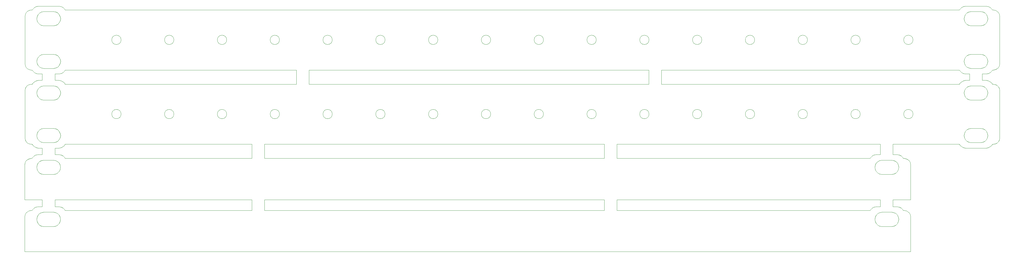
<source format=gbr>
G04 #@! TF.GenerationSoftware,KiCad,Pcbnew,(5.1.0-0)*
G04 #@! TF.CreationDate,2019-04-23T10:34:18-07:00*
G04 #@! TF.ProjectId,TestPanel1,54657374-5061-46e6-956c-312e6b696361,rev?*
G04 #@! TF.SameCoordinates,Original*
G04 #@! TF.FileFunction,Profile,NP*
%FSLAX46Y46*%
G04 Gerber Fmt 4.6, Leading zero omitted, Abs format (unit mm)*
G04 Created by KiCad (PCBNEW (5.1.0-0)) date 2019-04-23 10:34:18*
%MOMM*%
%LPD*%
G04 APERTURE LIST*
%ADD10C,0.100000*%
G04 APERTURE END LIST*
D10*
X336979575Y-198914937D02*
X336276000Y-199020605D01*
X73007552Y-148542937D02*
X72380938Y-148862211D01*
X73504889Y-148045594D02*
X73007552Y-148542937D01*
X73824164Y-147418985D02*
X73504889Y-148045594D01*
X73934148Y-146724292D02*
X73824164Y-147418985D01*
X73824164Y-146029858D02*
X73934148Y-146724292D01*
X73504889Y-145402991D02*
X73824164Y-146029858D01*
X73007552Y-144905906D02*
X73504889Y-145402991D01*
X72380938Y-144586374D02*
X73007552Y-144905906D01*
X71686245Y-144476389D02*
X72380938Y-144586374D01*
X73808160Y-197468406D02*
X73914081Y-196762797D01*
X73490662Y-198103413D02*
X73808160Y-197468406D01*
X72996630Y-198597440D02*
X73490662Y-198103413D01*
X72361629Y-198914937D02*
X72996630Y-198597440D01*
X71656273Y-199020605D02*
X72361629Y-198914937D01*
X364401394Y-148972196D02*
X365097389Y-148862211D01*
X361401663Y-148972196D02*
X364401394Y-148972196D01*
X360705711Y-148862211D02*
X361401663Y-148972196D01*
X360080878Y-148542937D02*
X360705711Y-148862211D01*
X359583040Y-148045594D02*
X360080878Y-148542937D01*
X359262991Y-147418985D02*
X359583040Y-148045594D01*
X359153781Y-146724292D02*
X359262991Y-147418985D01*
X359262991Y-146029858D02*
X359153781Y-146724292D01*
X359583040Y-145402991D02*
X359262991Y-146029858D01*
X360080878Y-144905906D02*
X359583040Y-145402991D01*
X360705711Y-144586374D02*
X360080878Y-144905906D01*
X361401663Y-144476389D02*
X360705711Y-144586374D01*
X364401394Y-144476389D02*
X361401663Y-144476389D01*
X365097389Y-144586374D02*
X364401394Y-144476389D01*
X365722200Y-144905906D02*
X365097389Y-144586374D01*
X366220060Y-145402991D02*
X365722200Y-144905906D01*
X366540109Y-146029858D02*
X366220060Y-145402991D01*
X366649319Y-146724292D02*
X366540109Y-146029858D01*
X366540109Y-147418985D02*
X366649319Y-146724292D01*
X366220060Y-148045594D02*
X366540109Y-147418985D01*
X365722200Y-148542937D02*
X366220060Y-148045594D01*
X365097389Y-148862211D02*
X365722200Y-148542937D01*
X72380938Y-148862211D02*
X71686245Y-148972196D01*
X336276000Y-199020605D02*
X333276269Y-199020605D01*
X68686251Y-144476389D02*
X71686245Y-144476389D01*
X67991816Y-144586374D02*
X68686251Y-144476389D01*
X67364943Y-144905906D02*
X67991816Y-144586374D01*
X66867612Y-145402991D02*
X67364943Y-144905906D01*
X66548332Y-146029858D02*
X66867612Y-145402991D01*
X66438347Y-146724292D02*
X66548332Y-146029858D01*
X66548332Y-147418985D02*
X66438347Y-146724292D01*
X66867612Y-148045594D02*
X66548332Y-147418985D01*
X73504889Y-134545751D02*
X73824164Y-133918883D01*
X73007552Y-135043093D02*
X73504889Y-134545751D01*
X72380938Y-135362367D02*
X73007552Y-135043093D01*
X331124872Y-196057435D02*
X331442381Y-195422440D01*
X331442381Y-198103413D02*
X331124872Y-197468406D01*
X337614571Y-198597440D02*
X336979575Y-198914937D01*
X331124872Y-197468406D02*
X331018203Y-196762797D01*
X333276269Y-194505000D02*
X336276000Y-194505000D01*
X332570133Y-194610915D02*
X333276269Y-194505000D01*
X331935137Y-194928413D02*
X332570133Y-194610915D01*
X68657549Y-199020605D02*
X71656273Y-199020605D01*
X67951939Y-198914937D02*
X68657549Y-199020605D01*
X67316938Y-198597440D02*
X67951939Y-198914937D01*
X331018203Y-196762797D02*
X331124872Y-196057435D01*
X67364943Y-148542937D02*
X66867612Y-148045594D01*
X67991816Y-148862211D02*
X67364943Y-148542937D01*
X68686251Y-148972196D02*
X67991816Y-148862211D01*
X71686245Y-148972196D02*
X68686251Y-148972196D01*
X338109889Y-198103413D02*
X337614571Y-198597440D01*
X338427376Y-197468406D02*
X338109889Y-198103413D01*
X67991816Y-135362367D02*
X68686251Y-135472352D01*
X67364943Y-135043093D02*
X67991816Y-135362367D01*
X66867612Y-134545751D02*
X67364943Y-135043093D01*
X66548332Y-133918883D02*
X66867612Y-134545751D01*
X331935137Y-198597440D02*
X331442381Y-198103413D01*
X66438347Y-133224449D02*
X66548332Y-133918883D01*
X66548332Y-132529756D02*
X66438347Y-133224449D01*
X66867612Y-131903136D02*
X66548332Y-132529756D01*
X67364943Y-131405804D02*
X66867612Y-131903136D01*
X67991816Y-131086519D02*
X67364943Y-131405804D01*
X68686251Y-130976546D02*
X67991816Y-131086519D01*
X71686245Y-130976546D02*
X68686251Y-130976546D01*
X72380938Y-131086519D02*
X71686245Y-130976546D01*
X73007552Y-131405804D02*
X72380938Y-131086519D01*
X73504889Y-131903136D02*
X73007552Y-131405804D01*
X73824164Y-132529756D02*
X73504889Y-131903136D01*
X73934148Y-133224449D02*
X73824164Y-132529756D01*
X73824164Y-133918883D02*
X73934148Y-133224449D01*
X66505661Y-196057435D02*
X66399746Y-196762797D01*
X66823159Y-195422440D02*
X66505661Y-196057435D01*
X67316938Y-194928413D02*
X66823159Y-195422440D01*
X67951939Y-194610915D02*
X67316938Y-194928413D01*
X68657549Y-194505000D02*
X67951939Y-194610915D01*
X71656273Y-194505000D02*
X68657549Y-194505000D01*
X72361629Y-194610915D02*
X71656273Y-194505000D01*
X72996630Y-194928413D02*
X72361629Y-194610915D01*
X73490662Y-195422440D02*
X72996630Y-194928413D01*
X73808160Y-196057435D02*
X73490662Y-195422440D01*
X73914081Y-196762797D02*
X73808160Y-196057435D01*
X331442381Y-195422440D02*
X331935137Y-194928413D01*
X332570133Y-198914937D02*
X331935137Y-198597440D01*
X333276269Y-199020605D02*
X332570133Y-198914937D01*
X338531526Y-196762797D02*
X338427376Y-197468406D01*
X360901543Y-150686690D02*
X360901543Y-152761865D01*
X359679567Y-150686690D02*
X360901543Y-150686690D01*
X358983594Y-150576706D02*
X359679567Y-150686690D01*
X358358761Y-150257432D02*
X358983594Y-150576706D01*
X357860923Y-149760089D02*
X358358761Y-150257432D01*
X357716143Y-149474340D02*
X357860923Y-149760089D01*
X263643849Y-149474340D02*
X357716143Y-149474340D01*
X263643849Y-153974453D02*
X263643849Y-149474340D01*
X357716143Y-153974453D02*
X263643849Y-153974453D01*
X357860923Y-153688704D02*
X357716143Y-153974453D01*
X358358761Y-153191383D02*
X357860923Y-153688704D01*
X358983594Y-152872108D02*
X358358761Y-153191383D01*
X359679567Y-152761865D02*
X358983594Y-152872108D01*
X360901543Y-152761865D02*
X359679567Y-152761865D01*
X332735411Y-172974413D02*
X332735411Y-176276429D01*
X249563744Y-172974413D02*
X332735411Y-172974413D01*
X249563744Y-177476076D02*
X249563744Y-172974413D01*
X329537372Y-177476076D02*
X249563744Y-177476076D01*
X329677071Y-177193858D02*
X329537372Y-177476076D01*
X330172389Y-176699831D02*
X329677071Y-177193858D01*
X330807385Y-176382344D02*
X330172389Y-176699831D01*
X331513500Y-176276429D02*
X330807385Y-176382344D01*
X332735411Y-176276429D02*
X331513500Y-176276429D01*
X332735411Y-190528617D02*
X332735411Y-192776520D01*
X249563744Y-190528617D02*
X332735411Y-190528617D01*
X249563744Y-193975909D02*
X249563744Y-190528617D01*
X329537372Y-193975909D02*
X249563744Y-193975909D01*
X329677071Y-193693712D02*
X329537372Y-193975909D01*
X330172389Y-193199944D02*
X329677071Y-193693712D01*
X330807385Y-192882435D02*
X330172389Y-193199944D01*
X331513500Y-192776520D02*
X330807385Y-192882435D01*
X332735411Y-192776520D02*
X331513500Y-192776520D01*
X245563751Y-172974413D02*
X245563751Y-177476076D01*
X138303007Y-172974413D02*
X245563751Y-172974413D01*
X138303007Y-177476076D02*
X138303007Y-172974413D01*
X245563751Y-177476076D02*
X138303007Y-177476076D01*
X245563751Y-190528617D02*
X245563751Y-193975909D01*
X138303007Y-190528617D02*
X245563751Y-190528617D01*
X138303007Y-193975909D02*
X138303007Y-190528617D01*
X245563751Y-193975909D02*
X138303007Y-193975909D01*
X134303014Y-172974413D02*
X134303014Y-177476076D01*
X75372546Y-172974413D02*
X134303014Y-172974413D01*
X75227012Y-173260162D02*
X75372546Y-172974413D01*
X74729669Y-173757504D02*
X75227012Y-173260162D01*
X74103049Y-174076779D02*
X74729669Y-173757504D01*
X73408368Y-174186763D02*
X74103049Y-174076779D01*
X72156915Y-174186763D02*
X73408368Y-174186763D01*
X72156915Y-176276429D02*
X72156915Y-174186763D01*
X73384747Y-176276429D02*
X72156915Y-176276429D01*
X74090367Y-176382344D02*
X73384747Y-176276429D01*
X74725363Y-176699831D02*
X74090367Y-176382344D01*
X75219131Y-177193858D02*
X74725363Y-176699831D01*
X75360359Y-177476076D02*
X75219131Y-177193858D01*
X134303014Y-177476076D02*
X75360359Y-177476076D01*
X134303014Y-190528617D02*
X134303014Y-193975909D01*
X72156915Y-190528617D02*
X134303014Y-190528617D01*
X72156915Y-192776520D02*
X72156915Y-190528617D01*
X73384747Y-192776520D02*
X72156915Y-192776520D01*
X74090367Y-192882435D02*
X73384747Y-192776520D01*
X74725363Y-193199944D02*
X74090367Y-192882435D01*
X75219131Y-193693712D02*
X74725363Y-193199944D01*
X75360359Y-193975909D02*
X75219131Y-193693712D01*
X134303014Y-193975909D02*
X75360359Y-193975909D01*
X72156915Y-152761865D02*
X72156915Y-150686690D01*
X73408368Y-152761865D02*
X72156915Y-152761865D01*
X74103049Y-152872108D02*
X73408368Y-152761865D01*
X74729669Y-153191383D02*
X74103049Y-152872108D01*
X75227012Y-153688704D02*
X74729669Y-153191383D01*
X75372546Y-153974453D02*
X75227012Y-153688704D01*
X148383119Y-153974453D02*
X75372546Y-153974453D01*
X148383119Y-149474340D02*
X148383119Y-153974453D01*
X75372546Y-149474340D02*
X148383119Y-149474340D01*
X75227012Y-149760089D02*
X75372546Y-149474340D01*
X74729669Y-150257432D02*
X75227012Y-149760089D01*
X74103049Y-150576706D02*
X74729669Y-150257432D01*
X73408368Y-150686690D02*
X74103049Y-150576706D01*
X72156915Y-150686690D02*
X73408368Y-150686690D01*
X152383134Y-153974453D02*
X152383134Y-149474340D01*
X259643856Y-153974453D02*
X152383134Y-153974453D01*
X259643856Y-149474340D02*
X259643856Y-153974453D01*
X152383134Y-149474340D02*
X259643856Y-149474340D01*
X364901579Y-150686690D02*
X366123511Y-150686690D01*
X364901579Y-152761865D02*
X364901579Y-150686690D01*
X366123511Y-152761865D02*
X364901579Y-152761865D01*
X366819506Y-152872108D02*
X366123511Y-152761865D01*
X367444317Y-153191383D02*
X366819506Y-152872108D01*
X367942177Y-153688704D02*
X367444317Y-153191383D01*
X368086957Y-153974453D02*
X367942177Y-153688704D01*
X368401925Y-153974453D02*
X368086957Y-153974453D01*
X369019114Y-154072250D02*
X368401925Y-153974453D01*
X369575410Y-154356471D02*
X369019114Y-154072250D01*
X370019871Y-154798692D02*
X369575410Y-154356471D01*
X370304350Y-155356474D02*
X370019871Y-154798692D01*
X370400898Y-155974460D02*
X370304350Y-155356474D01*
X370400898Y-170974427D02*
X370400898Y-155974460D01*
X370304350Y-171592413D02*
X370400898Y-170974427D01*
X370019871Y-172149937D02*
X370304350Y-171592413D01*
X369575410Y-172592416D02*
X370019871Y-172149937D01*
X369019114Y-172876378D02*
X369575410Y-172592416D01*
X368401925Y-172974413D02*
X369019114Y-172876378D01*
X368086957Y-172974413D02*
X368401925Y-172974413D01*
X367942177Y-173260162D02*
X368086957Y-172974413D01*
X367444317Y-173757504D02*
X367942177Y-173260162D01*
X366819506Y-174076779D02*
X367444317Y-173757504D01*
X366123511Y-174186763D02*
X366819506Y-174076779D01*
X359679567Y-174186763D02*
X366123511Y-174186763D01*
X358983594Y-174076779D02*
X359679567Y-174186763D01*
X358358761Y-173757504D02*
X358983594Y-174076779D01*
X357860923Y-173260162D02*
X358358761Y-173757504D01*
X357716143Y-172974413D02*
X357860923Y-173260162D01*
X336735404Y-172974413D02*
X357716143Y-172974413D01*
X336735404Y-176276429D02*
X336735404Y-172974413D01*
X337967650Y-176276429D02*
X336735404Y-176276429D01*
X338673765Y-176382344D02*
X337967650Y-176276429D01*
X339308761Y-176699831D02*
X338673765Y-176382344D01*
X339801517Y-177193858D02*
X339308761Y-176699831D01*
X339943757Y-177476076D02*
X339801517Y-177193858D01*
X340261265Y-177476076D02*
X339943757Y-177476076D01*
X340896261Y-177581733D02*
X340261265Y-177476076D01*
X341460137Y-177863929D02*
X340896261Y-177581733D01*
X341919885Y-178322644D02*
X341460137Y-177863929D01*
X342201823Y-178887036D02*
X341919885Y-178322644D01*
X342308492Y-179522032D02*
X342201823Y-178887036D01*
X342308492Y-190528617D02*
X342308492Y-179522032D01*
X336735404Y-190528617D02*
X342308492Y-190528617D01*
X336735404Y-192776520D02*
X336735404Y-190528617D01*
X337967650Y-192776520D02*
X336735404Y-192776520D01*
X338673765Y-192882435D02*
X337967650Y-192776520D01*
X339308761Y-193199944D02*
X338673765Y-192882435D01*
X339801517Y-193693712D02*
X339308761Y-193199944D01*
X339943757Y-193975909D02*
X339801517Y-193693712D01*
X340261265Y-193975909D02*
X339943757Y-193975909D01*
X340896261Y-194081824D02*
X340261265Y-193975909D01*
X341460137Y-194364020D02*
X340896261Y-194081824D01*
X341919885Y-194822735D02*
X341460137Y-194364020D01*
X342201823Y-195387127D02*
X341919885Y-194822735D01*
X342308492Y-196022123D02*
X342201823Y-195387127D01*
X342308492Y-207028708D02*
X342308492Y-196022123D01*
X62589756Y-207028708D02*
X342308492Y-207028708D01*
X62589756Y-196022123D02*
X62589756Y-207028708D01*
X62695671Y-195387127D02*
X62589756Y-196022123D01*
X62977867Y-194822735D02*
X62695671Y-195387127D01*
X63436582Y-194364020D02*
X62977867Y-194822735D01*
X64000974Y-194081824D02*
X63436582Y-194364020D01*
X64635970Y-193975909D02*
X64000974Y-194081824D01*
X64953479Y-193975909D02*
X64635970Y-193975909D01*
X65094448Y-193693712D02*
X64953479Y-193975909D01*
X65588474Y-193199944D02*
X65094448Y-193693712D01*
X66223470Y-192882435D02*
X65588474Y-193199944D01*
X66929090Y-192776520D02*
X66223470Y-192882435D01*
X68156922Y-192776520D02*
X66929090Y-192776520D01*
X68156922Y-190528617D02*
X68156922Y-192776520D01*
X62589756Y-190528617D02*
X68156922Y-190528617D01*
X62589756Y-179522032D02*
X62589756Y-190528617D01*
X62695671Y-178887036D02*
X62589756Y-179522032D01*
X62977867Y-178322644D02*
X62695671Y-178887036D01*
X63436582Y-177863929D02*
X62977867Y-178322644D01*
X64000974Y-177581733D02*
X63436582Y-177863929D01*
X64635970Y-177476076D02*
X64000974Y-177581733D01*
X64953479Y-177476076D02*
X64635970Y-177476076D01*
X65094448Y-177193858D02*
X64953479Y-177476076D01*
X65588474Y-176699831D02*
X65094448Y-177193858D01*
X66223470Y-176382344D02*
X65588474Y-176699831D01*
X66929090Y-176276429D02*
X66223470Y-176382344D01*
X68156922Y-176276429D02*
X66929090Y-176276429D01*
X68156922Y-174186763D02*
X68156922Y-176276429D01*
X66964381Y-174186763D02*
X68156922Y-174186763D01*
X66269699Y-174076779D02*
X66964381Y-174186763D01*
X65643079Y-173757504D02*
X66269699Y-174076779D01*
X65145758Y-173260162D02*
X65643079Y-173757504D01*
X65000203Y-172974413D02*
X65145758Y-173260162D01*
X64686269Y-172974413D02*
X65000203Y-172974413D01*
X64068283Y-172876378D02*
X64686269Y-172974413D01*
X63510759Y-172592416D02*
X64068283Y-172876378D01*
X63068279Y-172149937D02*
X63510759Y-172592416D01*
X62784317Y-171592413D02*
X63068279Y-172149937D01*
X62686261Y-170974427D02*
X62784317Y-171592413D01*
X62686261Y-155974460D02*
X62686261Y-170974427D01*
X62784317Y-155356474D02*
X62686261Y-155974460D01*
X63068279Y-154798692D02*
X62784317Y-155356474D01*
X63510759Y-154356471D02*
X63068279Y-154798692D01*
X64068283Y-154072250D02*
X63510759Y-154356471D01*
X64686269Y-153974453D02*
X64068283Y-154072250D01*
X65000203Y-153974453D02*
X64686269Y-153974453D01*
X65145758Y-153688704D02*
X65000203Y-153974453D01*
X65643079Y-153191383D02*
X65145758Y-153688704D01*
X66269699Y-152872108D02*
X65643079Y-153191383D01*
X66964381Y-152761865D02*
X66269699Y-152872108D01*
X68156922Y-152761865D02*
X66964381Y-152761865D01*
X68156922Y-150686690D02*
X68156922Y-152761865D01*
X66964381Y-150686690D02*
X68156922Y-150686690D01*
X66269699Y-150576706D02*
X66964381Y-150686690D01*
X65643079Y-150257432D02*
X66269699Y-150576706D01*
X65145758Y-149760089D02*
X65643079Y-150257432D01*
X65000203Y-149474340D02*
X65145758Y-149760089D01*
X64686269Y-149474340D02*
X65000203Y-149474340D01*
X64068283Y-149376542D02*
X64686269Y-149474340D01*
X63510759Y-149092322D02*
X64068283Y-149376542D01*
X63068279Y-148650122D02*
X63510759Y-149092322D01*
X62784317Y-148092340D02*
X63068279Y-148650122D01*
X62686261Y-147474354D02*
X62784317Y-148092340D01*
X62686261Y-132474387D02*
X62686261Y-147474354D01*
X62784317Y-131856401D02*
X62686261Y-132474387D01*
X63068279Y-131298856D02*
X62784317Y-131856401D01*
X63510759Y-130856398D02*
X63068279Y-131298856D01*
X64068283Y-130572436D02*
X63510759Y-130856398D01*
X64686269Y-130474380D02*
X64068283Y-130572436D01*
X65000203Y-130474380D02*
X64686269Y-130474380D01*
X65145758Y-130188631D02*
X65000203Y-130474380D01*
X65643079Y-129691310D02*
X65145758Y-130188631D01*
X66269699Y-129372014D02*
X65643079Y-129691310D01*
X66964381Y-129262051D02*
X66269699Y-129372014D01*
X73408368Y-129262051D02*
X66964381Y-129262051D01*
X74103049Y-129372014D02*
X73408368Y-129262051D01*
X74729669Y-129691310D02*
X74103049Y-129372014D01*
X75227012Y-130188631D02*
X74729669Y-129691310D01*
X75372546Y-130474380D02*
X75227012Y-130188631D01*
X357716143Y-130474380D02*
X75372546Y-130474380D01*
X357860923Y-130188631D02*
X357716143Y-130474380D01*
X358358761Y-129691310D02*
X357860923Y-130188631D01*
X358983594Y-129372014D02*
X358358761Y-129691310D01*
X359679567Y-129262051D02*
X358983594Y-129372014D01*
X366123511Y-129262051D02*
X359679567Y-129262051D01*
X366819506Y-129372014D02*
X366123511Y-129262051D01*
X367444317Y-129691310D02*
X366819506Y-129372014D01*
X367942177Y-130188631D02*
X367444317Y-129691310D01*
X368086957Y-130474380D02*
X367942177Y-130188631D01*
X368401925Y-130474380D02*
X368086957Y-130474380D01*
X369019114Y-130572436D02*
X368401925Y-130474380D01*
X369575410Y-130856398D02*
X369019114Y-130572436D01*
X370019871Y-131298856D02*
X369575410Y-130856398D01*
X370304350Y-131856401D02*
X370019871Y-131298856D01*
X370400898Y-132474387D02*
X370304350Y-131856401D01*
X370400898Y-147474354D02*
X370400898Y-132474387D01*
X370304350Y-148092340D02*
X370400898Y-147474354D01*
X370019871Y-148650122D02*
X370304350Y-148092340D01*
X369575410Y-149092322D02*
X370019871Y-148650122D01*
X369019114Y-149376542D02*
X369575410Y-149092322D01*
X368401925Y-149474340D02*
X369019114Y-149376542D01*
X368086957Y-149474340D02*
X368401925Y-149474340D01*
X367942177Y-149760089D02*
X368086957Y-149474340D01*
X367444317Y-150257432D02*
X367942177Y-149760089D01*
X366819506Y-150576706D02*
X367444317Y-150257432D01*
X366123511Y-150686690D02*
X366819506Y-150576706D01*
X67364943Y-158542908D02*
X67991816Y-158862182D01*
X66867612Y-158045576D02*
X67364943Y-158542908D01*
X66548332Y-157418956D02*
X66867612Y-158045576D01*
X66438347Y-156724532D02*
X66548332Y-157418956D01*
X66548332Y-156029840D02*
X66438347Y-156724532D01*
X66867612Y-155403209D02*
X66548332Y-156029840D01*
X67364943Y-154905888D02*
X66867612Y-155403209D01*
X67991816Y-154586603D02*
X67364943Y-154905888D01*
X68686251Y-154476371D02*
X67991816Y-154586603D01*
X71686245Y-154476371D02*
X68686251Y-154476371D01*
X72380938Y-154586603D02*
X71686245Y-154476371D01*
X73007552Y-154905888D02*
X72380938Y-154586603D01*
X73504889Y-155403209D02*
X73007552Y-154905888D01*
X73824164Y-156029840D02*
X73504889Y-155403209D01*
X73934148Y-156724532D02*
X73824164Y-156029840D01*
X73824164Y-157418956D02*
X73934148Y-156724532D01*
X73504889Y-158045576D02*
X73824164Y-157418956D01*
X73007552Y-158542908D02*
X73504889Y-158045576D01*
X72380938Y-158862182D02*
X73007552Y-158542908D01*
X71686245Y-158972425D02*
X72380938Y-158862182D01*
X68686251Y-158972425D02*
X71686245Y-158972425D01*
X67991816Y-158862182D02*
X68686251Y-158972425D01*
X360080878Y-158542908D02*
X360705711Y-158862182D01*
X359583040Y-158045576D02*
X360080878Y-158542908D01*
X359262991Y-157418956D02*
X359583040Y-158045576D01*
X359153781Y-156724532D02*
X359262991Y-157418956D01*
X359262991Y-156029840D02*
X359153781Y-156724532D01*
X359583040Y-155403209D02*
X359262991Y-156029840D01*
X360080878Y-154905888D02*
X359583040Y-155403209D01*
X360705711Y-154586603D02*
X360080878Y-154905888D01*
X361401663Y-154476371D02*
X360705711Y-154586603D01*
X364401394Y-154476371D02*
X361401663Y-154476371D01*
X365097389Y-154586603D02*
X364401394Y-154476371D01*
X365722200Y-154905888D02*
X365097389Y-154586603D01*
X366220060Y-155403209D02*
X365722200Y-154905888D01*
X366540109Y-156029840D02*
X366220060Y-155403209D01*
X366649319Y-156724532D02*
X366540109Y-156029840D01*
X366540109Y-157418956D02*
X366649319Y-156724532D01*
X366220060Y-158045576D02*
X366540109Y-157418956D01*
X365722200Y-158542908D02*
X366220060Y-158045576D01*
X365097389Y-158862182D02*
X365722200Y-158542908D01*
X364401394Y-158972425D02*
X365097389Y-158862182D01*
X361401663Y-158972425D02*
X364401394Y-158972425D01*
X360705711Y-158862182D02*
X361401663Y-158972425D01*
X67364943Y-172043010D02*
X67991816Y-172362284D01*
X66867612Y-171545678D02*
X67364943Y-172043010D01*
X66548332Y-170919058D02*
X66867612Y-171545678D01*
X66438347Y-170224376D02*
X66548332Y-170919058D01*
X66548332Y-169529683D02*
X66438347Y-170224376D01*
X66867612Y-168903063D02*
X66548332Y-169529683D01*
X67364943Y-168405732D02*
X66867612Y-168903063D01*
X67991816Y-168086457D02*
X67364943Y-168405732D01*
X68686251Y-167976473D02*
X67991816Y-168086457D01*
X71686245Y-167976473D02*
X68686251Y-167976473D01*
X72380938Y-168086457D02*
X71686245Y-167976473D01*
X73007552Y-168405732D02*
X72380938Y-168086457D01*
X73504889Y-168903063D02*
X73007552Y-168405732D01*
X73824164Y-169529683D02*
X73504889Y-168903063D01*
X73934148Y-170224376D02*
X73824164Y-169529683D01*
X73824164Y-170919058D02*
X73934148Y-170224376D01*
X73504889Y-171545678D02*
X73824164Y-170919058D01*
X73007552Y-172043010D02*
X73504889Y-171545678D01*
X72380938Y-172362284D02*
X73007552Y-172043010D01*
X71686245Y-172472268D02*
X72380938Y-172362284D01*
X68686251Y-172472268D02*
X71686245Y-172472268D01*
X67991816Y-172362284D02*
X68686251Y-172472268D01*
X360705711Y-172362284D02*
X360080878Y-172043010D01*
X361401663Y-172472268D02*
X360705711Y-172362284D01*
X364401394Y-172472268D02*
X361401663Y-172472268D01*
X365097389Y-172362284D02*
X364401394Y-172472268D01*
X365722200Y-172043010D02*
X365097389Y-172362284D01*
X366220060Y-171545678D02*
X365722200Y-172043010D01*
X366540109Y-170919058D02*
X366220060Y-171545678D01*
X366649319Y-170224376D02*
X366540109Y-170919058D01*
X366540109Y-169529683D02*
X366649319Y-170224376D01*
X366220060Y-168903063D02*
X366540109Y-169529683D01*
X365722200Y-168405732D02*
X366220060Y-168903063D01*
X365097389Y-168086457D02*
X365722200Y-168405732D01*
X364401394Y-167976473D02*
X365097389Y-168086457D01*
X361401663Y-167976473D02*
X364401394Y-167976473D01*
X360705711Y-168086457D02*
X361401663Y-167976473D01*
X360080878Y-168405732D02*
X360705711Y-168086457D01*
X359583040Y-168903063D02*
X360080878Y-168405732D01*
X359262991Y-169529683D02*
X359583040Y-168903063D01*
X359153781Y-170224376D02*
X359262991Y-169529683D01*
X359262991Y-170919058D02*
X359153781Y-170224376D01*
X359583040Y-171545678D02*
X359262991Y-170919058D01*
X360080878Y-172043010D02*
X359583040Y-171545678D01*
X71656273Y-182520772D02*
X72361629Y-182414846D01*
X68657549Y-182520772D02*
X71656273Y-182520772D01*
X67951939Y-182414846D02*
X68657549Y-182520772D01*
X67316938Y-182097338D02*
X67951939Y-182414846D01*
X66823159Y-181603311D02*
X67316938Y-182097338D01*
X66505661Y-180968574D02*
X66823159Y-181603311D01*
X66399746Y-180262954D02*
X66505661Y-180968574D01*
X66505661Y-179557344D02*
X66399746Y-180262954D01*
X66823159Y-178922338D02*
X66505661Y-179557344D01*
X67316938Y-178428311D02*
X66823159Y-178922338D01*
X67951939Y-178110813D02*
X67316938Y-178428311D01*
X68657549Y-178005156D02*
X67951939Y-178110813D01*
X71656273Y-178005156D02*
X68657549Y-178005156D01*
X72361629Y-178110813D02*
X71656273Y-178005156D01*
X72996630Y-178428311D02*
X72361629Y-178110813D01*
X73490662Y-178922338D02*
X72996630Y-178428311D01*
X73808160Y-179557344D02*
X73490662Y-178922338D01*
X73914081Y-180262954D02*
X73808160Y-179557344D01*
X73808160Y-180968574D02*
X73914081Y-180262954D01*
X73490662Y-181603311D02*
X73808160Y-180968574D01*
X72996630Y-182097338D02*
X73490662Y-181603311D01*
X72361629Y-182414846D02*
X72996630Y-182097338D01*
X337614571Y-182097338D02*
X336979575Y-182414846D01*
X338109889Y-181603311D02*
X337614571Y-182097338D01*
X338427376Y-180968574D02*
X338109889Y-181603311D01*
X338531526Y-180262954D02*
X338427376Y-180968574D01*
X338427376Y-179557344D02*
X338531526Y-180262954D01*
X338109889Y-178922338D02*
X338427376Y-179557344D01*
X337614571Y-178428311D02*
X338109889Y-178922338D01*
X336979575Y-178110813D02*
X337614571Y-178428311D01*
X336276000Y-178005156D02*
X336979575Y-178110813D01*
X333276269Y-178005156D02*
X336276000Y-178005156D01*
X332570133Y-178110813D02*
X333276269Y-178005156D01*
X331935137Y-178428311D02*
X332570133Y-178110813D01*
X331442381Y-178922338D02*
X331935137Y-178428311D01*
X331124872Y-179557344D02*
X331442381Y-178922338D01*
X331018203Y-180262954D02*
X331124872Y-179557344D01*
X331124872Y-180968574D02*
X331018203Y-180262954D01*
X331442381Y-181603311D02*
X331124872Y-180968574D01*
X331935137Y-182097338D02*
X331442381Y-181603311D01*
X332570133Y-182414846D02*
X331935137Y-182097338D01*
X333276269Y-182520772D02*
X332570133Y-182414846D01*
X336276000Y-182520772D02*
X333276269Y-182520772D01*
X336979575Y-182414846D02*
X336276000Y-182520772D01*
X360705711Y-135362367D02*
X361401663Y-135472352D01*
X360080878Y-135043093D02*
X360705711Y-135362367D01*
X359583040Y-134545751D02*
X360080878Y-135043093D01*
X359262991Y-133918883D02*
X359583040Y-134545751D01*
X359153781Y-133224449D02*
X359262991Y-133918883D01*
X359262991Y-132529756D02*
X359153781Y-133224449D01*
X359583040Y-131903136D02*
X359262991Y-132529756D01*
X360080878Y-131405804D02*
X359583040Y-131903136D01*
X360705711Y-131086519D02*
X360080878Y-131405804D01*
X361401663Y-130976546D02*
X360705711Y-131086519D01*
X364401394Y-130976546D02*
X361401663Y-130976546D01*
X365097389Y-131086519D02*
X364401394Y-130976546D01*
X365722200Y-131405804D02*
X365097389Y-131086519D01*
X366220060Y-131903136D02*
X365722200Y-131405804D01*
X366540109Y-132529756D02*
X366220060Y-131903136D01*
X366649319Y-133224449D02*
X366540109Y-132529756D01*
X366540109Y-133918883D02*
X366649319Y-133224449D01*
X366220060Y-134545751D02*
X366540109Y-133918883D01*
X365722200Y-135043093D02*
X366220060Y-134545751D01*
X365097389Y-135362367D02*
X365722200Y-135043093D01*
X364401394Y-135472352D02*
X365097389Y-135362367D01*
X361401663Y-135472352D02*
X364401394Y-135472352D01*
X71686245Y-135472352D02*
X72380938Y-135362367D01*
X68686251Y-135472352D02*
X71686245Y-135472352D01*
X66823159Y-198103413D02*
X67316938Y-198597440D01*
X66505661Y-197468406D02*
X66823159Y-198103413D01*
X66399746Y-196762797D02*
X66505661Y-197468406D01*
X338427376Y-196057435D02*
X338531526Y-196762797D01*
X338109889Y-195422440D02*
X338427376Y-196057435D01*
X337614571Y-194928413D02*
X338109889Y-195422440D01*
X336979575Y-194610915D02*
X337614571Y-194928413D01*
X336276000Y-194505000D02*
X336979575Y-194610915D01*
X93068900Y-139946000D02*
G75*
G03X93068900Y-139946000I-1473200J0D01*
G01*
X109735560Y-139946000D02*
G75*
G03X109735560Y-139946000I-1473200J0D01*
G01*
X126402220Y-139946000D02*
G75*
G03X126402220Y-139946000I-1473200J0D01*
G01*
X159735540Y-139946000D02*
G75*
G03X159735540Y-139946000I-1473200J0D01*
G01*
X143068880Y-139946000D02*
G75*
G03X143068880Y-139946000I-1473200J0D01*
G01*
X176402200Y-139946000D02*
G75*
G03X176402200Y-139946000I-1473200J0D01*
G01*
X209735520Y-139946000D02*
G75*
G03X209735520Y-139946000I-1473200J0D01*
G01*
X193068860Y-139946000D02*
G75*
G03X193068860Y-139946000I-1473200J0D01*
G01*
X226402180Y-139946000D02*
G75*
G03X226402180Y-139946000I-1473200J0D01*
G01*
X259735500Y-139946000D02*
G75*
G03X259735500Y-139946000I-1473200J0D01*
G01*
X243068840Y-139946000D02*
G75*
G03X243068840Y-139946000I-1473200J0D01*
G01*
X276402160Y-139946000D02*
G75*
G03X276402160Y-139946000I-1473200J0D01*
G01*
X309735480Y-139946000D02*
G75*
G03X309735480Y-139946000I-1473200J0D01*
G01*
X293068820Y-139946000D02*
G75*
G03X293068820Y-139946000I-1473200J0D01*
G01*
X326402140Y-139946000D02*
G75*
G03X326402140Y-139946000I-1473200J0D01*
G01*
X343068800Y-139946000D02*
G75*
G03X343068800Y-139946000I-1473200J0D01*
G01*
X343068800Y-163446000D02*
G75*
G03X343068800Y-163446000I-1473200J0D01*
G01*
X326402140Y-163446000D02*
G75*
G03X326402140Y-163446000I-1473200J0D01*
G01*
X293068820Y-163446000D02*
G75*
G03X293068820Y-163446000I-1473200J0D01*
G01*
X309735480Y-163446000D02*
G75*
G03X309735480Y-163446000I-1473200J0D01*
G01*
X276402160Y-163446000D02*
G75*
G03X276402160Y-163446000I-1473200J0D01*
G01*
X243068840Y-163446000D02*
G75*
G03X243068840Y-163446000I-1473200J0D01*
G01*
X259735500Y-163446000D02*
G75*
G03X259735500Y-163446000I-1473200J0D01*
G01*
X226402180Y-163446000D02*
G75*
G03X226402180Y-163446000I-1473200J0D01*
G01*
X193068860Y-163446000D02*
G75*
G03X193068860Y-163446000I-1473200J0D01*
G01*
X209735520Y-163446000D02*
G75*
G03X209735520Y-163446000I-1473200J0D01*
G01*
X176402200Y-163446000D02*
G75*
G03X176402200Y-163446000I-1473200J0D01*
G01*
X143068880Y-163446000D02*
G75*
G03X143068880Y-163446000I-1473200J0D01*
G01*
X159735540Y-163446000D02*
G75*
G03X159735540Y-163446000I-1473200J0D01*
G01*
X126402220Y-163446000D02*
G75*
G03X126402220Y-163446000I-1473200J0D01*
G01*
X109735560Y-163446000D02*
G75*
G03X109735560Y-163446000I-1473200J0D01*
G01*
X93068900Y-163446000D02*
G75*
G03X93068900Y-163446000I-1473200J0D01*
G01*
M02*

</source>
